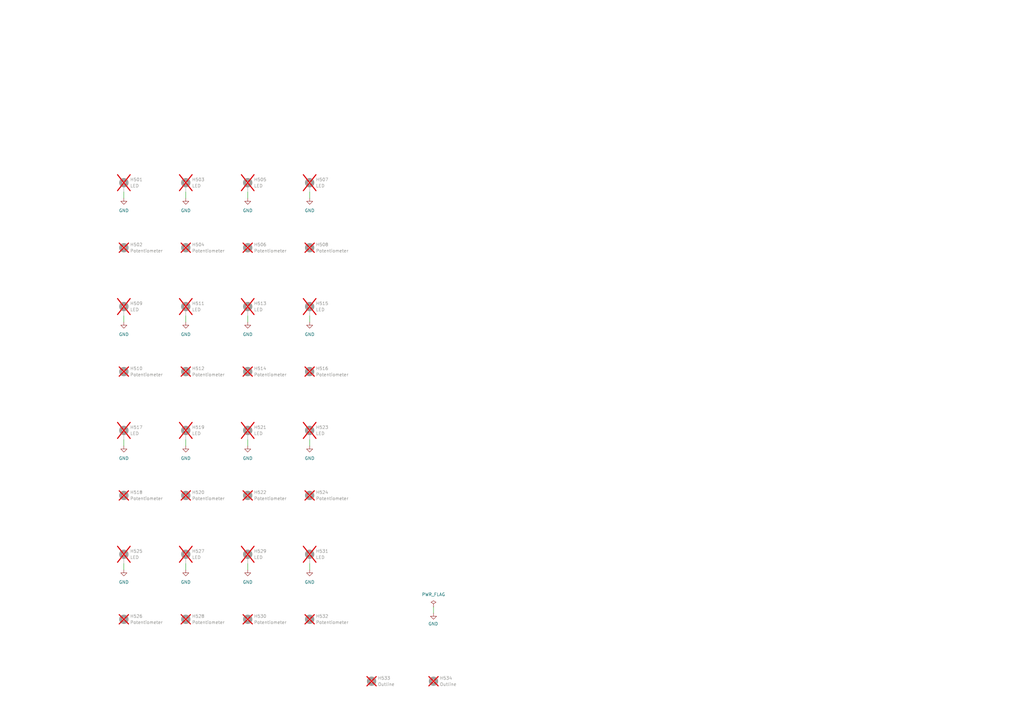
<source format=kicad_sch>
(kicad_sch (version 20231120) (generator "eeschema") (generator_version "8.0")
  (paper "A3")
  (lib_symbols
    (symbol "Mechanical:MountingHole" (pin_names (offset 1.016)) (exclude_from_sim yes) (in_bom no)
      (property "Reference" "H" (at 0 5.08 0))
      (property "Value" "MountingHole" (at 0 3.175 0))
      (symbol "MountingHole_0_1"
        (circle (center 0 0) (radius 1.27) (stroke (width 1.27)))
      )
    )
    (symbol "Mechanical:MountingHole_Pad" (pin_numbers hide) (pin_names (offset 1.016) hide)
      (property "Reference" "H" (at 0 6.35 0))
      (property "Value" "MountingHole_Pad" (at 0 4.445 0))
      (symbol "MountingHole_Pad_0_1"
        (circle (center 0 1.27) (radius 1.27) (stroke (width 1.27)))
      )
      (symbol "MountingHole_Pad_1_1"
        (pin input line (at 0 -2.54 90) (length 2.54) (name "1") (number "1"))
      )
    )
    (symbol "power:GND" (power) (pin_names (offset 0))
      (property "Value" "GND" (at 0 -3.81 0))
      (symbol "GND_0_1"
        (polyline (pts (xy 0 0) (xy 0 -1.27) (xy 1.27 -1.27) (xy 0 -2.54) (xy -1.27 -1.27) (xy 0 -1.27)))
      )
      (symbol "GND_1_1"
        (pin power_in line (at 0 0 270) (length 0) hide (name "GND") (number "1"))
      )
    )
    (symbol "power:PWR_FLAG" (power) (pin_numbers hide) (pin_names (offset 0) hide)
      (property "Value" "PWR_FLAG" (at 0 3.81 0))
      (symbol "PWR_FLAG_0_0"
        (pin power_out line (at 0 0 90) (length 0) (name "pwr") (number "1"))
      )
      (symbol "PWR_FLAG_0_1"
        (polyline (pts (xy 0 0) (xy 0 1.27) (xy -1.016 1.905) (xy 0 2.54) (xy 1.016 1.905) (xy 0 1.27)))
      )
    )
  )
  (wire (pts (xy 50.8 180.34) (xy 50.8 182.88)))
  (wire (pts (xy 50.8 78.74) (xy 50.8 81.28)))
  (wire (pts (xy 50.8 231.14) (xy 50.8 233.68)))
  (wire (pts (xy 127 78.74) (xy 127 81.28)))
  (wire (pts (xy 101.6 129.54) (xy 101.6 132.08)))
  (wire (pts (xy 76.2 180.34) (xy 76.2 182.88)))
  (wire (pts (xy 177.8 248.92) (xy 177.8 251.46)))
  (wire (pts (xy 76.2 129.54) (xy 76.2 132.08)))
  (wire (pts (xy 101.6 180.34) (xy 101.6 182.88)))
  (wire (pts (xy 76.2 231.14) (xy 76.2 233.68)))
  (wire (pts (xy 76.2 78.74) (xy 76.2 81.28)))
  (wire (pts (xy 127 180.34) (xy 127 182.88)))
  (wire (pts (xy 101.6 231.14) (xy 101.6 233.68)))
  (wire (pts (xy 127 231.14) (xy 127 233.68)))
  (wire (pts (xy 101.6 78.74) (xy 101.6 81.28)))
  (wire (pts (xy 127 129.54) (xy 127 132.08)))
  (wire (pts (xy 50.8 129.54) (xy 50.8 132.08)))
  (symbol (lib_id "power:GND") (at 127 233.68 0) (unit 1)
    (property "Reference" "#PWR0516" (effects (hide yes)))
    (property "Value" "GND" (at 127 238.76 0))
    (property "Description" "Power symbol creates a global label with name \"GND\" , ground" (effects (hide yes)))
  )
  (symbol (lib_id "power:GND") (at 76.2 233.68 0) (unit 1)
    (property "Reference" "#PWR0514" (effects (hide yes)))
    (property "Value" "GND" (at 76.2 238.76 0))
    (property "Description" "Power symbol creates a global label with name \"GND\" , ground" (effects (hide yes)))
  )
  (symbol (lib_id "Mechanical:MountingHole_Pad") (at 76.2 127 0) (unit 1) (dnp yes)
    (property "Reference" "H511" (at 78.74 124.4599 0) (effects (justify left)))
    (property "Value" "LED" (at 78.74 126.9999 0) (effects (justify left)))
    (property "Footprint" "suku_basics:FP_LED_TIGHT" (effects (hide yes)))
    (property "Description" "Mounting Hole with connection" (effects (hide yes)))
  )
  (symbol (lib_id "Mechanical:MountingHole_Pad") (at 76.2 177.8 0) (unit 1) (dnp yes)
    (property "Reference" "H519" (at 78.74 175.2599 0) (effects (justify left)))
    (property "Value" "LED" (at 78.74 177.7999 0) (effects (justify left)))
    (property "Footprint" "suku_basics:FP_LED_TIGHT" (effects (hide yes)))
    (property "Description" "Mounting Hole with connection" (effects (hide yes)))
  )
  (symbol (lib_id "Mechanical:MountingHole") (at 50.8 203.2 0) (unit 1) (exclude_from_sim yes) (in_bom no) (dnp yes)
    (property "Reference" "H518" (at 53.34 201.9299 0) (effects (justify left)))
    (property "Value" "Potentiometer" (at 53.34 204.4699 0) (effects (justify left)))
    (property "Footprint" "suku_basics:FP_POTENTIOMETER" (effects (hide yes)))
    (property "Description" "Mounting Hole without connection" (effects (hide yes)))
  )
  (symbol (lib_id "power:GND") (at 101.6 132.08 0) (unit 1)
    (property "Reference" "#PWR0507" (effects (hide yes)))
    (property "Value" "GND" (at 101.6 137.16 0))
    (property "Description" "Power symbol creates a global label with name \"GND\" , ground" (effects (hide yes)))
  )
  (symbol (lib_id "Mechanical:MountingHole") (at 101.6 203.2 0) (unit 1) (exclude_from_sim yes) (in_bom no) (dnp yes)
    (property "Reference" "H522" (at 104.14 201.9299 0) (effects (justify left)))
    (property "Value" "Potentiometer" (at 104.14 204.4699 0) (effects (justify left)))
    (property "Footprint" "suku_basics:FP_POTENTIOMETER" (effects (hide yes)))
    (property "Description" "Mounting Hole without connection" (effects (hide yes)))
  )
  (symbol (lib_id "Mechanical:MountingHole_Pad") (at 50.8 228.6 0) (unit 1) (dnp yes)
    (property "Reference" "H525" (at 53.34 226.0599 0) (effects (justify left)))
    (property "Value" "LED" (at 53.34 228.5999 0) (effects (justify left)))
    (property "Footprint" "suku_basics:FP_LED_TIGHT" (effects (hide yes)))
    (property "Description" "Mounting Hole with connection" (effects (hide yes)))
  )
  (symbol (lib_id "power:GND") (at 101.6 182.88 0) (unit 1)
    (property "Reference" "#PWR0511" (effects (hide yes)))
    (property "Value" "GND" (at 101.6 187.96 0))
    (property "Description" "Power symbol creates a global label with name \"GND\" , ground" (effects (hide yes)))
  )
  (symbol (lib_id "Mechanical:MountingHole") (at 127 203.2 0) (unit 1) (exclude_from_sim yes) (in_bom no) (dnp yes)
    (property "Reference" "H524" (at 129.54 201.9299 0) (effects (justify left)))
    (property "Value" "Potentiometer" (at 129.54 204.4699 0) (effects (justify left)))
    (property "Footprint" "suku_basics:FP_POTENTIOMETER" (effects (hide yes)))
    (property "Description" "Mounting Hole without connection" (effects (hide yes)))
  )
  (symbol (lib_id "Mechanical:MountingHole") (at 50.8 152.4 0) (unit 1) (exclude_from_sim yes) (in_bom no) (dnp yes)
    (property "Reference" "H510" (at 53.34 151.1299 0) (effects (justify left)))
    (property "Value" "Potentiometer" (at 53.34 153.6699 0) (effects (justify left)))
    (property "Footprint" "suku_basics:FP_POTENTIOMETER" (effects (hide yes)))
    (property "Description" "Mounting Hole without connection" (effects (hide yes)))
  )
  (symbol (lib_id "Mechanical:MountingHole") (at 127 101.6 0) (unit 1) (exclude_from_sim yes) (in_bom no) (dnp yes)
    (property "Reference" "H508" (at 129.54 100.3299 0) (effects (justify left)))
    (property "Value" "Potentiometer" (at 129.54 102.8699 0) (effects (justify left)))
    (property "Footprint" "suku_basics:FP_POTENTIOMETER" (effects (hide yes)))
    (property "Description" "Mounting Hole without connection" (effects (hide yes)))
  )
  (symbol (lib_id "Mechanical:MountingHole_Pad") (at 127 228.6 0) (unit 1) (dnp yes)
    (property "Reference" "H531" (at 129.54 226.0599 0) (effects (justify left)))
    (property "Value" "LED" (at 129.54 228.5999 0) (effects (justify left)))
    (property "Footprint" "suku_basics:FP_LED_TIGHT" (effects (hide yes)))
    (property "Description" "Mounting Hole with connection" (effects (hide yes)))
  )
  (symbol (lib_id "power:GND") (at 76.2 132.08 0) (unit 1)
    (property "Reference" "#PWR0506" (effects (hide yes)))
    (property "Value" "GND" (at 76.2 137.16 0))
    (property "Description" "Power symbol creates a global label with name \"GND\" , ground" (effects (hide yes)))
  )
  (symbol (lib_id "Mechanical:MountingHole_Pad") (at 101.6 177.8 0) (unit 1) (dnp yes)
    (property "Reference" "H521" (at 104.14 175.2599 0) (effects (justify left)))
    (property "Value" "LED" (at 104.14 177.7999 0) (effects (justify left)))
    (property "Footprint" "suku_basics:FP_LED_TIGHT" (effects (hide yes)))
    (property "Description" "Mounting Hole with connection" (effects (hide yes)))
  )
  (symbol (lib_id "Mechanical:MountingHole_Pad") (at 76.2 228.6 0) (unit 1) (dnp yes)
    (property "Reference" "H527" (at 78.74 226.0599 0) (effects (justify left)))
    (property "Value" "LED" (at 78.74 228.5999 0) (effects (justify left)))
    (property "Footprint" "suku_basics:FP_LED_TIGHT" (effects (hide yes)))
    (property "Description" "Mounting Hole with connection" (effects (hide yes)))
  )
  (symbol (lib_id "power:GND") (at 76.2 81.28 0) (unit 1)
    (property "Reference" "#PWR0502" (effects (hide yes)))
    (property "Value" "GND" (at 76.2 86.36 0))
    (property "Description" "Power symbol creates a global label with name \"GND\" , ground" (effects (hide yes)))
  )
  (symbol (lib_id "Mechanical:MountingHole_Pad") (at 50.8 127 0) (unit 1) (dnp yes)
    (property "Reference" "H509" (at 53.34 124.4599 0) (effects (justify left)))
    (property "Value" "LED" (at 53.34 126.9999 0) (effects (justify left)))
    (property "Footprint" "suku_basics:FP_LED_TIGHT" (effects (hide yes)))
    (property "Description" "Mounting Hole with connection" (effects (hide yes)))
  )
  (symbol (lib_id "Mechanical:MountingHole_Pad") (at 127 127 0) (unit 1) (dnp yes)
    (property "Reference" "H515" (at 129.54 124.4599 0) (effects (justify left)))
    (property "Value" "LED" (at 129.54 126.9999 0) (effects (justify left)))
    (property "Footprint" "suku_basics:FP_LED_TIGHT" (effects (hide yes)))
    (property "Description" "Mounting Hole with connection" (effects (hide yes)))
  )
  (symbol (lib_id "Mechanical:MountingHole") (at 152.4 279.4 0) (unit 1) (exclude_from_sim yes) (in_bom no) (dnp yes)
    (property "Reference" "H533" (at 154.94 278.1299 0) (effects (justify left)))
    (property "Value" "Outline" (at 154.94 280.6699 0) (effects (justify left)))
    (property "Footprint" "suku_basics:FP_OUTLINE_2" (effects (hide yes)))
    (property "Description" "Mounting Hole without connection" (effects (hide yes)))
  )
  (symbol (lib_id "Mechanical:MountingHole_Pad") (at 101.6 127 0) (unit 1) (dnp yes)
    (property "Reference" "H513" (at 104.14 124.4599 0) (effects (justify left)))
    (property "Value" "LED" (at 104.14 126.9999 0) (effects (justify left)))
    (property "Footprint" "suku_basics:FP_LED_TIGHT" (effects (hide yes)))
    (property "Description" "Mounting Hole with connection" (effects (hide yes)))
  )
  (symbol (lib_id "Mechanical:MountingHole") (at 50.8 101.6 0) (unit 1) (exclude_from_sim yes) (in_bom no) (dnp yes)
    (property "Reference" "H502" (at 53.34 100.3299 0) (effects (justify left)))
    (property "Value" "Potentiometer" (at 53.34 102.8699 0) (effects (justify left)))
    (property "Footprint" "suku_basics:FP_POTENTIOMETER" (effects (hide yes)))
    (property "Description" "Mounting Hole without connection" (effects (hide yes)))
  )
  (symbol (lib_id "Mechanical:MountingHole") (at 76.2 101.6 0) (unit 1) (exclude_from_sim yes) (in_bom no) (dnp yes)
    (property "Reference" "H504" (at 78.74 100.3299 0) (effects (justify left)))
    (property "Value" "Potentiometer" (at 78.74 102.8699 0) (effects (justify left)))
    (property "Footprint" "suku_basics:FP_POTENTIOMETER" (effects (hide yes)))
    (property "Description" "Mounting Hole without connection" (effects (hide yes)))
  )
  (symbol (lib_id "power:GND") (at 127 132.08 0) (unit 1)
    (property "Reference" "#PWR0508" (effects (hide yes)))
    (property "Value" "GND" (at 127 137.16 0))
    (property "Description" "Power symbol creates a global label with name \"GND\" , ground" (effects (hide yes)))
  )
  (symbol (lib_id "power:GND") (at 127 182.88 0) (unit 1)
    (property "Reference" "#PWR0512" (effects (hide yes)))
    (property "Value" "GND" (at 127 187.96 0))
    (property "Description" "Power symbol creates a global label with name \"GND\" , ground" (effects (hide yes)))
  )
  (symbol (lib_id "Mechanical:MountingHole") (at 101.6 101.6 0) (unit 1) (exclude_from_sim yes) (in_bom no) (dnp yes)
    (property "Reference" "H506" (at 104.14 100.3299 0) (effects (justify left)))
    (property "Value" "Potentiometer" (at 104.14 102.8699 0) (effects (justify left)))
    (property "Footprint" "suku_basics:FP_POTENTIOMETER" (effects (hide yes)))
    (property "Description" "Mounting Hole without connection" (effects (hide yes)))
  )
  (symbol (lib_id "Mechanical:MountingHole") (at 127 254 0) (unit 1) (exclude_from_sim yes) (in_bom no) (dnp yes)
    (property "Reference" "H532" (at 129.54 252.7299 0) (effects (justify left)))
    (property "Value" "Potentiometer" (at 129.54 255.2699 0) (effects (justify left)))
    (property "Footprint" "suku_basics:FP_POTENTIOMETER" (effects (hide yes)))
    (property "Description" "Mounting Hole without connection" (effects (hide yes)))
  )
  (symbol (lib_id "Mechanical:MountingHole") (at 76.2 254 0) (unit 1) (exclude_from_sim yes) (in_bom no) (dnp yes)
    (property "Reference" "H528" (at 78.74 252.7299 0) (effects (justify left)))
    (property "Value" "Potentiometer" (at 78.74 255.2699 0) (effects (justify left)))
    (property "Footprint" "suku_basics:FP_POTENTIOMETER" (effects (hide yes)))
    (property "Description" "Mounting Hole without connection" (effects (hide yes)))
  )
  (symbol (lib_id "power:GND") (at 76.2 182.88 0) (unit 1)
    (property "Reference" "#PWR0510" (effects (hide yes)))
    (property "Value" "GND" (at 76.2 187.96 0))
    (property "Description" "Power symbol creates a global label with name \"GND\" , ground" (effects (hide yes)))
  )
  (symbol (lib_id "Mechanical:MountingHole") (at 101.6 152.4 0) (unit 1) (exclude_from_sim yes) (in_bom no) (dnp yes)
    (property "Reference" "H514" (at 104.14 151.1299 0) (effects (justify left)))
    (property "Value" "Potentiometer" (at 104.14 153.6699 0) (effects (justify left)))
    (property "Footprint" "suku_basics:FP_POTENTIOMETER" (effects (hide yes)))
    (property "Description" "Mounting Hole without connection" (effects (hide yes)))
  )
  (symbol (lib_id "power:GND") (at 177.8 251.46 0) (mirror y) (unit 1)
    (property "Reference" "#PWR0517" (effects (hide yes)))
    (property "Value" "GND" (at 177.673 255.8542 0))
  )
  (symbol (lib_id "Mechanical:MountingHole") (at 101.6 254 0) (unit 1) (exclude_from_sim yes) (in_bom no) (dnp yes)
    (property "Reference" "H530" (at 104.14 252.7299 0) (effects (justify left)))
    (property "Value" "Potentiometer" (at 104.14 255.2699 0) (effects (justify left)))
    (property "Footprint" "suku_basics:FP_POTENTIOMETER" (effects (hide yes)))
    (property "Description" "Mounting Hole without connection" (effects (hide yes)))
  )
  (symbol (lib_id "power:PWR_FLAG") (at 177.8 248.92 0) (unit 1)
    (property "Reference" "#FLG0501" (effects (hide yes)))
    (property "Value" "PWR_FLAG" (at 177.8 243.84 0))
    (property "Description" "Special symbol for telling ERC where power comes from" (effects (hide yes)))
  )
  (symbol (lib_id "Mechanical:MountingHole") (at 127 152.4 0) (unit 1) (exclude_from_sim yes) (in_bom no) (dnp yes)
    (property "Reference" "H516" (at 129.54 151.1299 0) (effects (justify left)))
    (property "Value" "Potentiometer" (at 129.54 153.6699 0) (effects (justify left)))
    (property "Footprint" "suku_basics:FP_POTENTIOMETER" (effects (hide yes)))
    (property "Description" "Mounting Hole without connection" (effects (hide yes)))
  )
  (symbol (lib_id "Mechanical:MountingHole_Pad") (at 127 177.8 0) (unit 1) (dnp yes)
    (property "Reference" "H523" (at 129.54 175.2599 0) (effects (justify left)))
    (property "Value" "LED" (at 129.54 177.7999 0) (effects (justify left)))
    (property "Footprint" "suku_basics:FP_LED_TIGHT" (effects (hide yes)))
    (property "Description" "Mounting Hole with connection" (effects (hide yes)))
  )
  (symbol (lib_id "power:GND") (at 50.8 81.28 0) (unit 1)
    (property "Reference" "#PWR0501" (effects (hide yes)))
    (property "Value" "GND" (at 50.8 86.36 0))
    (property "Description" "Power symbol creates a global label with name \"GND\" , ground" (effects (hide yes)))
  )
  (symbol (lib_id "Mechanical:MountingHole_Pad") (at 101.6 76.2 0) (unit 1) (dnp yes)
    (property "Reference" "H505" (at 104.14 73.6599 0) (effects (justify left)))
    (property "Value" "LED" (at 104.14 76.1999 0) (effects (justify left)))
    (property "Footprint" "suku_basics:FP_LED_TIGHT" (effects (hide yes)))
    (property "Description" "Mounting Hole with connection" (effects (hide yes)))
  )
  (symbol (lib_id "Mechanical:MountingHole_Pad") (at 127 76.2 0) (unit 1) (dnp yes)
    (property "Reference" "H507" (at 129.54 73.6599 0) (effects (justify left)))
    (property "Value" "LED" (at 129.54 76.1999 0) (effects (justify left)))
    (property "Footprint" "suku_basics:FP_LED_TIGHT" (effects (hide yes)))
    (property "Description" "Mounting Hole with connection" (effects (hide yes)))
  )
  (symbol (lib_id "power:GND") (at 50.8 182.88 0) (unit 1)
    (property "Reference" "#PWR0509" (effects (hide yes)))
    (property "Value" "GND" (at 50.8 187.96 0))
    (property "Description" "Power symbol creates a global label with name \"GND\" , ground" (effects (hide yes)))
  )
  (symbol (lib_id "Mechanical:MountingHole_Pad") (at 76.2 76.2 0) (unit 1) (dnp yes)
    (property "Reference" "H503" (at 78.74 73.6599 0) (effects (justify left)))
    (property "Value" "LED" (at 78.74 76.1999 0) (effects (justify left)))
    (property "Footprint" "suku_basics:FP_LED_TIGHT" (effects (hide yes)))
    (property "Description" "Mounting Hole with connection" (effects (hide yes)))
  )
  (symbol (lib_id "Mechanical:MountingHole_Pad") (at 101.6 228.6 0) (unit 1) (dnp yes)
    (property "Reference" "H529" (at 104.14 226.0599 0) (effects (justify left)))
    (property "Value" "LED" (at 104.14 228.5999 0) (effects (justify left)))
    (property "Footprint" "suku_basics:FP_LED_TIGHT" (effects (hide yes)))
    (property "Description" "Mounting Hole with connection" (effects (hide yes)))
  )
  (symbol (lib_id "power:GND") (at 50.8 233.68 0) (unit 1)
    (property "Reference" "#PWR0513" (effects (hide yes)))
    (property "Value" "GND" (at 50.8 238.76 0))
    (property "Description" "Power symbol creates a global label with name \"GND\" , ground" (effects (hide yes)))
  )
  (symbol (lib_id "power:GND") (at 101.6 81.28 0) (unit 1)
    (property "Reference" "#PWR0503" (effects (hide yes)))
    (property "Value" "GND" (at 101.6 86.36 0))
    (property "Description" "Power symbol creates a global label with name \"GND\" , ground" (effects (hide yes)))
  )
  (symbol (lib_id "power:GND") (at 127 81.28 0) (unit 1)
    (property "Reference" "#PWR0504" (effects (hide yes)))
    (property "Value" "GND" (at 127 86.36 0))
    (property "Description" "Power symbol creates a global label with name \"GND\" , ground" (effects (hide yes)))
  )
  (symbol (lib_id "Mechanical:MountingHole") (at 50.8 254 0) (unit 1) (exclude_from_sim yes) (in_bom no) (dnp yes)
    (property "Reference" "H526" (at 53.34 252.7299 0) (effects (justify left)))
    (property "Value" "Potentiometer" (at 53.34 255.2699 0) (effects (justify left)))
    (property "Footprint" "suku_basics:FP_POTENTIOMETER" (effects (hide yes)))
    (property "Description" "Mounting Hole without connection" (effects (hide yes)))
  )
  (symbol (lib_id "power:GND") (at 101.6 233.68 0) (unit 1)
    (property "Reference" "#PWR0515" (effects (hide yes)))
    (property "Value" "GND" (at 101.6 238.76 0))
    (property "Description" "Power symbol creates a global label with name \"GND\" , ground" (effects (hide yes)))
  )
  (symbol (lib_id "Mechanical:MountingHole_Pad") (at 50.8 76.2 0) (unit 1) (dnp yes)
    (property "Reference" "H501" (at 53.34 73.6599 0) (effects (justify left)))
    (property "Value" "LED" (at 53.34 76.1999 0) (effects (justify left)))
    (property "Footprint" "suku_basics:FP_LED_TIGHT" (effects (hide yes)))
    (property "Description" "Mounting Hole with connection" (effects (hide yes)))
  )
  (symbol (lib_id "Mechanical:MountingHole") (at 76.2 152.4 0) (unit 1) (exclude_from_sim yes) (in_bom no) (dnp yes)
    (property "Reference" "H512" (at 78.74 151.1299 0) (effects (justify left)))
    (property "Value" "Potentiometer" (at 78.74 153.6699 0) (effects (justify left)))
    (property "Footprint" "suku_basics:FP_POTENTIOMETER" (effects (hide yes)))
    (property "Description" "Mounting Hole without connection" (effects (hide yes)))
  )
  (symbol (lib_id "Mechanical:MountingHole_Pad") (at 50.8 177.8 0) (unit 1) (dnp yes)
    (property "Reference" "H517" (at 53.34 175.2599 0) (effects (justify left)))
    (property "Value" "LED" (at 53.34 177.7999 0) (effects (justify left)))
    (property "Footprint" "suku_basics:FP_LED_TIGHT" (effects (hide yes)))
    (property "Description" "Mounting Hole with connection" (effects (hide yes)))
  )
  (symbol (lib_id "Mechanical:MountingHole") (at 177.8 279.4 0) (unit 1) (exclude_from_sim yes) (in_bom no) (dnp yes)
    (property "Reference" "H534" (at 180.34 278.1299 0) (effects (justify left)))
    (property "Value" "Outline" (at 180.34 280.6699 0) (effects (justify left)))
    (property "Footprint" "suku_basics:OSHWA" (effects (hide yes)))
    (property "Description" "Mounting Hole without connection" (effects (hide yes)))
  )
  (symbol (lib_id "Mechanical:MountingHole") (at 76.2 203.2 0) (unit 1) (exclude_from_sim yes) (in_bom no) (dnp yes)
    (property "Reference" "H520" (at 78.74 201.9299 0) (effects (justify left)))
    (property "Value" "Potentiometer" (at 78.74 204.4699 0) (effects (justify left)))
    (property "Footprint" "suku_basics:FP_POTENTIOMETER" (effects (hide yes)))
    (property "Description" "Mounting Hole without connection" (effects (hide yes)))
  )
  (symbol (lib_id "power:GND") (at 50.8 132.08 0) (unit 1)
    (property "Reference" "#PWR0505" (effects (hide yes)))
    (property "Value" "GND" (at 50.8 137.16 0))
    (property "Description" "Power symbol creates a global label with name \"GND\" , ground" (effects (hide yes)))
  )
)
</source>
